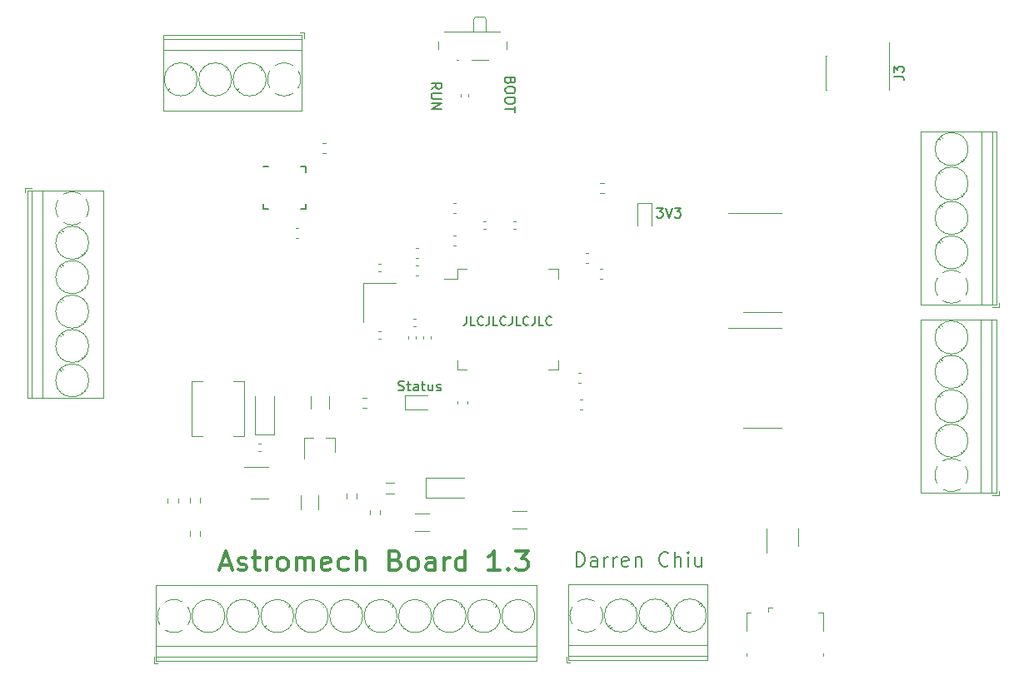
<source format=gbr>
%TF.GenerationSoftware,KiCad,Pcbnew,(5.1.8)-1*%
%TF.CreationDate,2020-12-28T13:01:50-08:00*%
%TF.ProjectId,STMboard,53544d62-6f61-4726-942e-6b696361645f,rev?*%
%TF.SameCoordinates,Original*%
%TF.FileFunction,Legend,Top*%
%TF.FilePolarity,Positive*%
%FSLAX46Y46*%
G04 Gerber Fmt 4.6, Leading zero omitted, Abs format (unit mm)*
G04 Created by KiCad (PCBNEW (5.1.8)-1) date 2020-12-28 13:01:50*
%MOMM*%
%LPD*%
G01*
G04 APERTURE LIST*
%ADD10C,0.150000*%
%ADD11C,0.200000*%
%ADD12C,0.300000*%
%ADD13C,0.120000*%
G04 APERTURE END LIST*
D10*
X135822857Y-99707142D02*
X135822857Y-100350000D01*
X135780000Y-100478571D01*
X135694285Y-100564285D01*
X135565714Y-100607142D01*
X135480000Y-100607142D01*
X136680000Y-100607142D02*
X136251428Y-100607142D01*
X136251428Y-99707142D01*
X137494285Y-100521428D02*
X137451428Y-100564285D01*
X137322857Y-100607142D01*
X137237142Y-100607142D01*
X137108571Y-100564285D01*
X137022857Y-100478571D01*
X136980000Y-100392857D01*
X136937142Y-100221428D01*
X136937142Y-100092857D01*
X136980000Y-99921428D01*
X137022857Y-99835714D01*
X137108571Y-99750000D01*
X137237142Y-99707142D01*
X137322857Y-99707142D01*
X137451428Y-99750000D01*
X137494285Y-99792857D01*
X138137142Y-99707142D02*
X138137142Y-100350000D01*
X138094285Y-100478571D01*
X138008571Y-100564285D01*
X137880000Y-100607142D01*
X137794285Y-100607142D01*
X138994285Y-100607142D02*
X138565714Y-100607142D01*
X138565714Y-99707142D01*
X139808571Y-100521428D02*
X139765714Y-100564285D01*
X139637142Y-100607142D01*
X139551428Y-100607142D01*
X139422857Y-100564285D01*
X139337142Y-100478571D01*
X139294285Y-100392857D01*
X139251428Y-100221428D01*
X139251428Y-100092857D01*
X139294285Y-99921428D01*
X139337142Y-99835714D01*
X139422857Y-99750000D01*
X139551428Y-99707142D01*
X139637142Y-99707142D01*
X139765714Y-99750000D01*
X139808571Y-99792857D01*
X140451428Y-99707142D02*
X140451428Y-100350000D01*
X140408571Y-100478571D01*
X140322857Y-100564285D01*
X140194285Y-100607142D01*
X140108571Y-100607142D01*
X141308571Y-100607142D02*
X140880000Y-100607142D01*
X140880000Y-99707142D01*
X142122857Y-100521428D02*
X142080000Y-100564285D01*
X141951428Y-100607142D01*
X141865714Y-100607142D01*
X141737142Y-100564285D01*
X141651428Y-100478571D01*
X141608571Y-100392857D01*
X141565714Y-100221428D01*
X141565714Y-100092857D01*
X141608571Y-99921428D01*
X141651428Y-99835714D01*
X141737142Y-99750000D01*
X141865714Y-99707142D01*
X141951428Y-99707142D01*
X142080000Y-99750000D01*
X142122857Y-99792857D01*
X142765714Y-99707142D02*
X142765714Y-100350000D01*
X142722857Y-100478571D01*
X142637142Y-100564285D01*
X142508571Y-100607142D01*
X142422857Y-100607142D01*
X143622857Y-100607142D02*
X143194285Y-100607142D01*
X143194285Y-99707142D01*
X144437142Y-100521428D02*
X144394285Y-100564285D01*
X144265714Y-100607142D01*
X144180000Y-100607142D01*
X144051428Y-100564285D01*
X143965714Y-100478571D01*
X143922857Y-100392857D01*
X143880000Y-100221428D01*
X143880000Y-100092857D01*
X143922857Y-99921428D01*
X143965714Y-99835714D01*
X144051428Y-99750000D01*
X144180000Y-99707142D01*
X144265714Y-99707142D01*
X144394285Y-99750000D01*
X144437142Y-99792857D01*
X132267619Y-76551904D02*
X132743809Y-76218571D01*
X132267619Y-75980476D02*
X133267619Y-75980476D01*
X133267619Y-76361428D01*
X133220000Y-76456666D01*
X133172380Y-76504285D01*
X133077142Y-76551904D01*
X132934285Y-76551904D01*
X132839047Y-76504285D01*
X132791428Y-76456666D01*
X132743809Y-76361428D01*
X132743809Y-75980476D01*
X133267619Y-76980476D02*
X132458095Y-76980476D01*
X132362857Y-77028095D01*
X132315238Y-77075714D01*
X132267619Y-77170952D01*
X132267619Y-77361428D01*
X132315238Y-77456666D01*
X132362857Y-77504285D01*
X132458095Y-77551904D01*
X133267619Y-77551904D01*
X132267619Y-78028095D02*
X133267619Y-78028095D01*
X132267619Y-78599523D01*
X133267619Y-78599523D01*
D11*
X128893333Y-107204761D02*
X129036190Y-107252380D01*
X129274285Y-107252380D01*
X129369523Y-107204761D01*
X129417142Y-107157142D01*
X129464761Y-107061904D01*
X129464761Y-106966666D01*
X129417142Y-106871428D01*
X129369523Y-106823809D01*
X129274285Y-106776190D01*
X129083809Y-106728571D01*
X128988571Y-106680952D01*
X128940952Y-106633333D01*
X128893333Y-106538095D01*
X128893333Y-106442857D01*
X128940952Y-106347619D01*
X128988571Y-106300000D01*
X129083809Y-106252380D01*
X129321904Y-106252380D01*
X129464761Y-106300000D01*
X129750476Y-106585714D02*
X130131428Y-106585714D01*
X129893333Y-106252380D02*
X129893333Y-107109523D01*
X129940952Y-107204761D01*
X130036190Y-107252380D01*
X130131428Y-107252380D01*
X130893333Y-107252380D02*
X130893333Y-106728571D01*
X130845714Y-106633333D01*
X130750476Y-106585714D01*
X130560000Y-106585714D01*
X130464761Y-106633333D01*
X130893333Y-107204761D02*
X130798095Y-107252380D01*
X130560000Y-107252380D01*
X130464761Y-107204761D01*
X130417142Y-107109523D01*
X130417142Y-107014285D01*
X130464761Y-106919047D01*
X130560000Y-106871428D01*
X130798095Y-106871428D01*
X130893333Y-106823809D01*
X131226666Y-106585714D02*
X131607619Y-106585714D01*
X131369523Y-106252380D02*
X131369523Y-107109523D01*
X131417142Y-107204761D01*
X131512380Y-107252380D01*
X131607619Y-107252380D01*
X132369523Y-106585714D02*
X132369523Y-107252380D01*
X131940952Y-106585714D02*
X131940952Y-107109523D01*
X131988571Y-107204761D01*
X132083809Y-107252380D01*
X132226666Y-107252380D01*
X132321904Y-107204761D01*
X132369523Y-107157142D01*
X132798095Y-107204761D02*
X132893333Y-107252380D01*
X133083809Y-107252380D01*
X133179047Y-107204761D01*
X133226666Y-107109523D01*
X133226666Y-107061904D01*
X133179047Y-106966666D01*
X133083809Y-106919047D01*
X132940952Y-106919047D01*
X132845714Y-106871428D01*
X132798095Y-106776190D01*
X132798095Y-106728571D01*
X132845714Y-106633333D01*
X132940952Y-106585714D01*
X133083809Y-106585714D01*
X133179047Y-106633333D01*
D10*
X155161904Y-88652380D02*
X155780952Y-88652380D01*
X155447619Y-89033333D01*
X155590476Y-89033333D01*
X155685714Y-89080952D01*
X155733333Y-89128571D01*
X155780952Y-89223809D01*
X155780952Y-89461904D01*
X155733333Y-89557142D01*
X155685714Y-89604761D01*
X155590476Y-89652380D01*
X155304761Y-89652380D01*
X155209523Y-89604761D01*
X155161904Y-89557142D01*
X156066666Y-88652380D02*
X156400000Y-89652380D01*
X156733333Y-88652380D01*
X156971428Y-88652380D02*
X157590476Y-88652380D01*
X157257142Y-89033333D01*
X157400000Y-89033333D01*
X157495238Y-89080952D01*
X157542857Y-89128571D01*
X157590476Y-89223809D01*
X157590476Y-89461904D01*
X157542857Y-89557142D01*
X157495238Y-89604761D01*
X157400000Y-89652380D01*
X157114285Y-89652380D01*
X157019047Y-89604761D01*
X156971428Y-89557142D01*
X140291428Y-75712857D02*
X140243809Y-75855714D01*
X140196190Y-75903333D01*
X140100952Y-75950952D01*
X139958095Y-75950952D01*
X139862857Y-75903333D01*
X139815238Y-75855714D01*
X139767619Y-75760476D01*
X139767619Y-75379523D01*
X140767619Y-75379523D01*
X140767619Y-75712857D01*
X140720000Y-75808095D01*
X140672380Y-75855714D01*
X140577142Y-75903333D01*
X140481904Y-75903333D01*
X140386666Y-75855714D01*
X140339047Y-75808095D01*
X140291428Y-75712857D01*
X140291428Y-75379523D01*
X140767619Y-76570000D02*
X140767619Y-76760476D01*
X140720000Y-76855714D01*
X140624761Y-76950952D01*
X140434285Y-76998571D01*
X140100952Y-76998571D01*
X139910476Y-76950952D01*
X139815238Y-76855714D01*
X139767619Y-76760476D01*
X139767619Y-76570000D01*
X139815238Y-76474761D01*
X139910476Y-76379523D01*
X140100952Y-76331904D01*
X140434285Y-76331904D01*
X140624761Y-76379523D01*
X140720000Y-76474761D01*
X140767619Y-76570000D01*
X140767619Y-77617619D02*
X140767619Y-77808095D01*
X140720000Y-77903333D01*
X140624761Y-77998571D01*
X140434285Y-78046190D01*
X140100952Y-78046190D01*
X139910476Y-77998571D01*
X139815238Y-77903333D01*
X139767619Y-77808095D01*
X139767619Y-77617619D01*
X139815238Y-77522380D01*
X139910476Y-77427142D01*
X140100952Y-77379523D01*
X140434285Y-77379523D01*
X140624761Y-77427142D01*
X140720000Y-77522380D01*
X140767619Y-77617619D01*
X140767619Y-78331904D02*
X140767619Y-78903333D01*
X139767619Y-78617619D02*
X140767619Y-78617619D01*
D11*
X146982857Y-125148571D02*
X146982857Y-123648571D01*
X147340000Y-123648571D01*
X147554285Y-123720000D01*
X147697142Y-123862857D01*
X147768571Y-124005714D01*
X147840000Y-124291428D01*
X147840000Y-124505714D01*
X147768571Y-124791428D01*
X147697142Y-124934285D01*
X147554285Y-125077142D01*
X147340000Y-125148571D01*
X146982857Y-125148571D01*
X149125714Y-125148571D02*
X149125714Y-124362857D01*
X149054285Y-124220000D01*
X148911428Y-124148571D01*
X148625714Y-124148571D01*
X148482857Y-124220000D01*
X149125714Y-125077142D02*
X148982857Y-125148571D01*
X148625714Y-125148571D01*
X148482857Y-125077142D01*
X148411428Y-124934285D01*
X148411428Y-124791428D01*
X148482857Y-124648571D01*
X148625714Y-124577142D01*
X148982857Y-124577142D01*
X149125714Y-124505714D01*
X149840000Y-125148571D02*
X149840000Y-124148571D01*
X149840000Y-124434285D02*
X149911428Y-124291428D01*
X149982857Y-124220000D01*
X150125714Y-124148571D01*
X150268571Y-124148571D01*
X150768571Y-125148571D02*
X150768571Y-124148571D01*
X150768571Y-124434285D02*
X150840000Y-124291428D01*
X150911428Y-124220000D01*
X151054285Y-124148571D01*
X151197142Y-124148571D01*
X152268571Y-125077142D02*
X152125714Y-125148571D01*
X151840000Y-125148571D01*
X151697142Y-125077142D01*
X151625714Y-124934285D01*
X151625714Y-124362857D01*
X151697142Y-124220000D01*
X151840000Y-124148571D01*
X152125714Y-124148571D01*
X152268571Y-124220000D01*
X152340000Y-124362857D01*
X152340000Y-124505714D01*
X151625714Y-124648571D01*
X152982857Y-124148571D02*
X152982857Y-125148571D01*
X152982857Y-124291428D02*
X153054285Y-124220000D01*
X153197142Y-124148571D01*
X153411428Y-124148571D01*
X153554285Y-124220000D01*
X153625714Y-124362857D01*
X153625714Y-125148571D01*
X156340000Y-125005714D02*
X156268571Y-125077142D01*
X156054285Y-125148571D01*
X155911428Y-125148571D01*
X155697142Y-125077142D01*
X155554285Y-124934285D01*
X155482857Y-124791428D01*
X155411428Y-124505714D01*
X155411428Y-124291428D01*
X155482857Y-124005714D01*
X155554285Y-123862857D01*
X155697142Y-123720000D01*
X155911428Y-123648571D01*
X156054285Y-123648571D01*
X156268571Y-123720000D01*
X156340000Y-123791428D01*
X156982857Y-125148571D02*
X156982857Y-123648571D01*
X157625714Y-125148571D02*
X157625714Y-124362857D01*
X157554285Y-124220000D01*
X157411428Y-124148571D01*
X157197142Y-124148571D01*
X157054285Y-124220000D01*
X156982857Y-124291428D01*
X158340000Y-125148571D02*
X158340000Y-124148571D01*
X158340000Y-123648571D02*
X158268571Y-123720000D01*
X158340000Y-123791428D01*
X158411428Y-123720000D01*
X158340000Y-123648571D01*
X158340000Y-123791428D01*
X159697142Y-124148571D02*
X159697142Y-125148571D01*
X159054285Y-124148571D02*
X159054285Y-124934285D01*
X159125714Y-125077142D01*
X159268571Y-125148571D01*
X159482857Y-125148571D01*
X159625714Y-125077142D01*
X159697142Y-125005714D01*
D12*
X110918571Y-124963333D02*
X111870952Y-124963333D01*
X110728095Y-125534761D02*
X111394761Y-123534761D01*
X112061428Y-125534761D01*
X112632857Y-125439523D02*
X112823333Y-125534761D01*
X113204285Y-125534761D01*
X113394761Y-125439523D01*
X113490000Y-125249047D01*
X113490000Y-125153809D01*
X113394761Y-124963333D01*
X113204285Y-124868095D01*
X112918571Y-124868095D01*
X112728095Y-124772857D01*
X112632857Y-124582380D01*
X112632857Y-124487142D01*
X112728095Y-124296666D01*
X112918571Y-124201428D01*
X113204285Y-124201428D01*
X113394761Y-124296666D01*
X114061428Y-124201428D02*
X114823333Y-124201428D01*
X114347142Y-123534761D02*
X114347142Y-125249047D01*
X114442380Y-125439523D01*
X114632857Y-125534761D01*
X114823333Y-125534761D01*
X115490000Y-125534761D02*
X115490000Y-124201428D01*
X115490000Y-124582380D02*
X115585238Y-124391904D01*
X115680476Y-124296666D01*
X115870952Y-124201428D01*
X116061428Y-124201428D01*
X117013809Y-125534761D02*
X116823333Y-125439523D01*
X116728095Y-125344285D01*
X116632857Y-125153809D01*
X116632857Y-124582380D01*
X116728095Y-124391904D01*
X116823333Y-124296666D01*
X117013809Y-124201428D01*
X117299523Y-124201428D01*
X117490000Y-124296666D01*
X117585238Y-124391904D01*
X117680476Y-124582380D01*
X117680476Y-125153809D01*
X117585238Y-125344285D01*
X117490000Y-125439523D01*
X117299523Y-125534761D01*
X117013809Y-125534761D01*
X118537619Y-125534761D02*
X118537619Y-124201428D01*
X118537619Y-124391904D02*
X118632857Y-124296666D01*
X118823333Y-124201428D01*
X119109047Y-124201428D01*
X119299523Y-124296666D01*
X119394761Y-124487142D01*
X119394761Y-125534761D01*
X119394761Y-124487142D02*
X119490000Y-124296666D01*
X119680476Y-124201428D01*
X119966190Y-124201428D01*
X120156666Y-124296666D01*
X120251904Y-124487142D01*
X120251904Y-125534761D01*
X121966190Y-125439523D02*
X121775714Y-125534761D01*
X121394761Y-125534761D01*
X121204285Y-125439523D01*
X121109047Y-125249047D01*
X121109047Y-124487142D01*
X121204285Y-124296666D01*
X121394761Y-124201428D01*
X121775714Y-124201428D01*
X121966190Y-124296666D01*
X122061428Y-124487142D01*
X122061428Y-124677619D01*
X121109047Y-124868095D01*
X123775714Y-125439523D02*
X123585238Y-125534761D01*
X123204285Y-125534761D01*
X123013809Y-125439523D01*
X122918571Y-125344285D01*
X122823333Y-125153809D01*
X122823333Y-124582380D01*
X122918571Y-124391904D01*
X123013809Y-124296666D01*
X123204285Y-124201428D01*
X123585238Y-124201428D01*
X123775714Y-124296666D01*
X124632857Y-125534761D02*
X124632857Y-123534761D01*
X125490000Y-125534761D02*
X125490000Y-124487142D01*
X125394761Y-124296666D01*
X125204285Y-124201428D01*
X124918571Y-124201428D01*
X124728095Y-124296666D01*
X124632857Y-124391904D01*
X128632857Y-124487142D02*
X128918571Y-124582380D01*
X129013809Y-124677619D01*
X129109047Y-124868095D01*
X129109047Y-125153809D01*
X129013809Y-125344285D01*
X128918571Y-125439523D01*
X128728095Y-125534761D01*
X127966190Y-125534761D01*
X127966190Y-123534761D01*
X128632857Y-123534761D01*
X128823333Y-123630000D01*
X128918571Y-123725238D01*
X129013809Y-123915714D01*
X129013809Y-124106190D01*
X128918571Y-124296666D01*
X128823333Y-124391904D01*
X128632857Y-124487142D01*
X127966190Y-124487142D01*
X130251904Y-125534761D02*
X130061428Y-125439523D01*
X129966190Y-125344285D01*
X129870952Y-125153809D01*
X129870952Y-124582380D01*
X129966190Y-124391904D01*
X130061428Y-124296666D01*
X130251904Y-124201428D01*
X130537619Y-124201428D01*
X130728095Y-124296666D01*
X130823333Y-124391904D01*
X130918571Y-124582380D01*
X130918571Y-125153809D01*
X130823333Y-125344285D01*
X130728095Y-125439523D01*
X130537619Y-125534761D01*
X130251904Y-125534761D01*
X132632857Y-125534761D02*
X132632857Y-124487142D01*
X132537619Y-124296666D01*
X132347142Y-124201428D01*
X131966190Y-124201428D01*
X131775714Y-124296666D01*
X132632857Y-125439523D02*
X132442380Y-125534761D01*
X131966190Y-125534761D01*
X131775714Y-125439523D01*
X131680476Y-125249047D01*
X131680476Y-125058571D01*
X131775714Y-124868095D01*
X131966190Y-124772857D01*
X132442380Y-124772857D01*
X132632857Y-124677619D01*
X133585238Y-125534761D02*
X133585238Y-124201428D01*
X133585238Y-124582380D02*
X133680476Y-124391904D01*
X133775714Y-124296666D01*
X133966190Y-124201428D01*
X134156666Y-124201428D01*
X135680476Y-125534761D02*
X135680476Y-123534761D01*
X135680476Y-125439523D02*
X135490000Y-125534761D01*
X135109047Y-125534761D01*
X134918571Y-125439523D01*
X134823333Y-125344285D01*
X134728095Y-125153809D01*
X134728095Y-124582380D01*
X134823333Y-124391904D01*
X134918571Y-124296666D01*
X135109047Y-124201428D01*
X135490000Y-124201428D01*
X135680476Y-124296666D01*
X139204285Y-125534761D02*
X138061428Y-125534761D01*
X138632857Y-125534761D02*
X138632857Y-123534761D01*
X138442380Y-123820476D01*
X138251904Y-124010952D01*
X138061428Y-124106190D01*
X140061428Y-125344285D02*
X140156666Y-125439523D01*
X140061428Y-125534761D01*
X139966190Y-125439523D01*
X140061428Y-125344285D01*
X140061428Y-125534761D01*
X140823333Y-123534761D02*
X142061428Y-123534761D01*
X141394761Y-124296666D01*
X141680476Y-124296666D01*
X141870952Y-124391904D01*
X141966190Y-124487142D01*
X142061428Y-124677619D01*
X142061428Y-125153809D01*
X141966190Y-125344285D01*
X141870952Y-125439523D01*
X141680476Y-125534761D01*
X141109047Y-125534761D01*
X140918571Y-125439523D01*
X140823333Y-125344285D01*
D13*
%TO.C,FB1*%
X127650378Y-116570000D02*
X128449622Y-116570000D01*
X127650378Y-117690000D02*
X128449622Y-117690000D01*
%TO.C,C13*%
X114700164Y-112670000D02*
X114915836Y-112670000D01*
X114700164Y-113390000D02*
X114915836Y-113390000D01*
%TO.C,J3*%
X178795000Y-73155000D02*
X178795000Y-76685000D01*
X172325000Y-73155000D02*
X172325000Y-76685000D01*
X178730000Y-71830000D02*
X178730000Y-73155000D01*
X178795000Y-73155000D02*
X178730000Y-73155000D01*
X178795000Y-76685000D02*
X178730000Y-76685000D01*
X172390000Y-73155000D02*
X172325000Y-73155000D01*
X172390000Y-76685000D02*
X172325000Y-76685000D01*
%TO.C,C12*%
X121209420Y-82070000D02*
X121490580Y-82070000D01*
X121209420Y-83090000D02*
X121490580Y-83090000D01*
%TO.C,C4*%
X149379420Y-94830000D02*
X149660580Y-94830000D01*
X149379420Y-95850000D02*
X149660580Y-95850000D01*
%TO.C,U1*%
X144160000Y-105110000D02*
X145110000Y-105110000D01*
X145110000Y-105110000D02*
X145110000Y-104160000D01*
X135840000Y-105110000D02*
X134890000Y-105110000D01*
X134890000Y-105110000D02*
X134890000Y-104160000D01*
X144160000Y-94890000D02*
X145110000Y-94890000D01*
X145110000Y-94890000D02*
X145110000Y-95840000D01*
X135840000Y-94890000D02*
X134890000Y-94890000D01*
X134890000Y-94890000D02*
X134890000Y-95840000D01*
X134890000Y-95840000D02*
X133550000Y-95840000D01*
%TO.C,J8*%
X186790000Y-112330000D02*
G75*
G03*
X186790000Y-112330000I-1680000J0D01*
G01*
X186790000Y-108830000D02*
G75*
G03*
X186790000Y-108830000I-1680000J0D01*
G01*
X186790000Y-105330000D02*
G75*
G03*
X186790000Y-105330000I-1680000J0D01*
G01*
X186790000Y-101830000D02*
G75*
G03*
X186790000Y-101830000I-1680000J0D01*
G01*
X189210000Y-117640000D02*
X189210000Y-100020000D01*
X188110000Y-117640000D02*
X188110000Y-100020000D01*
X181950000Y-117640000D02*
X181950000Y-100020000D01*
X189670000Y-117640000D02*
X189670000Y-100020000D01*
X181950000Y-117640000D02*
X189670000Y-117640000D01*
X181950000Y-100020000D02*
X189670000Y-100020000D01*
X184041000Y-111055000D02*
X184169000Y-111184000D01*
X186291000Y-113305000D02*
X186384000Y-113399000D01*
X183835000Y-111260000D02*
X183929000Y-111354000D01*
X186051000Y-113475000D02*
X186179000Y-113604000D01*
X184041000Y-107555000D02*
X184169000Y-107684000D01*
X186291000Y-109805000D02*
X186384000Y-109899000D01*
X183835000Y-107760000D02*
X183929000Y-107854000D01*
X186051000Y-109975000D02*
X186179000Y-110104000D01*
X184041000Y-104055000D02*
X184169000Y-104184000D01*
X186291000Y-106305000D02*
X186384000Y-106399000D01*
X183835000Y-104260000D02*
X183929000Y-104354000D01*
X186051000Y-106475000D02*
X186179000Y-106604000D01*
X184041000Y-100555000D02*
X184169000Y-100684000D01*
X186291000Y-102805000D02*
X186384000Y-102899000D01*
X183835000Y-100760000D02*
X183929000Y-100854000D01*
X186051000Y-102975000D02*
X186179000Y-103104000D01*
X189270000Y-117880000D02*
X189910000Y-117880000D01*
X189910000Y-117880000D02*
X189910000Y-117480000D01*
X186534721Y-114939736D02*
G75*
G02*
X186790000Y-115830000I-1424721J-890264D01*
G01*
X184219807Y-114404495D02*
G75*
G02*
X186001000Y-114405000I890193J-1425505D01*
G01*
X183684642Y-116719894D02*
G75*
G02*
X183670000Y-114964000I1425358J889894D01*
G01*
X185999894Y-117255358D02*
G75*
G02*
X184244000Y-117270000I-889894J1425358D01*
G01*
X186790099Y-115801326D02*
G75*
G02*
X186550000Y-116696000I-1680099J-28674D01*
G01*
%TO.C,R3*%
X124662500Y-118197258D02*
X124662500Y-117722742D01*
X123617500Y-118197258D02*
X123617500Y-117722742D01*
%TO.C,C1*%
X130950580Y-94486000D02*
X130669420Y-94486000D01*
X130950580Y-95506000D02*
X130669420Y-95506000D01*
%TO.C,C2*%
X147309420Y-109200000D02*
X147590580Y-109200000D01*
X147309420Y-108180000D02*
X147590580Y-108180000D01*
%TO.C,C3*%
X130950580Y-93728000D02*
X130669420Y-93728000D01*
X130950580Y-92708000D02*
X130669420Y-92708000D01*
%TO.C,C5*%
X147179420Y-105408000D02*
X147460580Y-105408000D01*
X147179420Y-106428000D02*
X147460580Y-106428000D01*
%TO.C,C6*%
X134760580Y-91438000D02*
X134479420Y-91438000D01*
X134760580Y-92458000D02*
X134479420Y-92458000D01*
%TO.C,C7*%
X120798000Y-117906748D02*
X120798000Y-119329252D01*
X118978000Y-117906748D02*
X118978000Y-119329252D01*
%TO.C,C8*%
X134910000Y-108600580D02*
X134910000Y-108319420D01*
X135930000Y-108600580D02*
X135930000Y-108319420D01*
%TO.C,C9*%
X147904420Y-94240000D02*
X148185580Y-94240000D01*
X147904420Y-93220000D02*
X148185580Y-93220000D01*
%TO.C,C10*%
X134760580Y-88136000D02*
X134479420Y-88136000D01*
X134760580Y-89156000D02*
X134479420Y-89156000D01*
%TO.C,C11*%
X118477420Y-90676000D02*
X118758580Y-90676000D01*
X118477420Y-91696000D02*
X118758580Y-91696000D01*
%TO.C,C14*%
X132029252Y-121560000D02*
X130606748Y-121560000D01*
X132029252Y-119740000D02*
X130606748Y-119740000D01*
%TO.C,C15*%
X140512748Y-121306000D02*
X141935252Y-121306000D01*
X140512748Y-119486000D02*
X141935252Y-119486000D01*
%TO.C,C16*%
X126892164Y-94382000D02*
X127107836Y-94382000D01*
X126892164Y-95102000D02*
X127107836Y-95102000D01*
%TO.C,C17*%
X132186000Y-101961836D02*
X132186000Y-101746164D01*
X131466000Y-101961836D02*
X131466000Y-101746164D01*
%TO.C,C18*%
X127107836Y-101240000D02*
X126892164Y-101240000D01*
X127107836Y-101960000D02*
X126892164Y-101960000D01*
%TO.C,C19*%
X129942000Y-101961836D02*
X129942000Y-101746164D01*
X130662000Y-101961836D02*
X130662000Y-101746164D01*
%TO.C,D1*%
X131864000Y-107723000D02*
X129579000Y-107723000D01*
X129579000Y-107723000D02*
X129579000Y-109193000D01*
X129579000Y-109193000D02*
X131864000Y-109193000D01*
%TO.C,D2*%
X131700000Y-116130000D02*
X135600000Y-116130000D01*
X131700000Y-118130000D02*
X135600000Y-118130000D01*
X131700000Y-116130000D02*
X131700000Y-118130000D01*
%TO.C,D3*%
X114320000Y-111740000D02*
X116320000Y-111740000D01*
X116320000Y-111740000D02*
X116320000Y-107840000D01*
X114320000Y-111740000D02*
X114320000Y-107840000D01*
%TO.C,D4*%
X153189000Y-88177000D02*
X153189000Y-90462000D01*
X154659000Y-88177000D02*
X153189000Y-88177000D01*
X154659000Y-90462000D02*
X154659000Y-88177000D01*
%TO.C,F1*%
X120040000Y-109042064D02*
X120040000Y-107837936D01*
X121860000Y-109042064D02*
X121860000Y-107837936D01*
%TO.C,HSE1*%
X128650000Y-96298000D02*
X125350000Y-96298000D01*
X125350000Y-96298000D02*
X125350000Y-100298000D01*
%TO.C,J1*%
X97440000Y-92200000D02*
G75*
G03*
X97440000Y-92200000I-1680000J0D01*
G01*
X97440000Y-95700000D02*
G75*
G03*
X97440000Y-95700000I-1680000J0D01*
G01*
X97440000Y-99200000D02*
G75*
G03*
X97440000Y-99200000I-1680000J0D01*
G01*
X97440000Y-102700000D02*
G75*
G03*
X97440000Y-102700000I-1680000J0D01*
G01*
X97440000Y-106200000D02*
G75*
G03*
X97440000Y-106200000I-1680000J0D01*
G01*
X91660000Y-86890000D02*
X91660000Y-108011000D01*
X92760000Y-86890000D02*
X92760000Y-108011000D01*
X98920000Y-86890000D02*
X98920000Y-108011000D01*
X91200000Y-86890000D02*
X91200000Y-108011000D01*
X98920000Y-86890000D02*
X91200000Y-86890000D01*
X98920000Y-108011000D02*
X91200000Y-108011000D01*
X96829000Y-93475000D02*
X96701000Y-93346000D01*
X94579000Y-91225000D02*
X94486000Y-91131000D01*
X97035000Y-93270000D02*
X96941000Y-93176000D01*
X94819000Y-91055000D02*
X94691000Y-90926000D01*
X96829000Y-96975000D02*
X96701000Y-96846000D01*
X94579000Y-94725000D02*
X94486000Y-94631000D01*
X97035000Y-96770000D02*
X96941000Y-96676000D01*
X94819000Y-94555000D02*
X94691000Y-94426000D01*
X96829000Y-100475000D02*
X96701000Y-100346000D01*
X94579000Y-98225000D02*
X94486000Y-98131000D01*
X97035000Y-100270000D02*
X96941000Y-100176000D01*
X94819000Y-98055000D02*
X94691000Y-97926000D01*
X96829000Y-103975000D02*
X96701000Y-103846000D01*
X94579000Y-101725000D02*
X94486000Y-101631000D01*
X97035000Y-103770000D02*
X96941000Y-103676000D01*
X94819000Y-101555000D02*
X94691000Y-101426000D01*
X96829000Y-107475000D02*
X96701000Y-107346000D01*
X94579000Y-105225000D02*
X94486000Y-105131000D01*
X97035000Y-107270000D02*
X96941000Y-107176000D01*
X94819000Y-105055000D02*
X94691000Y-104926000D01*
X91600000Y-86650000D02*
X90960000Y-86650000D01*
X90960000Y-86650000D02*
X90960000Y-87050000D01*
X94335279Y-89590264D02*
G75*
G02*
X94080000Y-88700000I1424721J890264D01*
G01*
X96650193Y-90125505D02*
G75*
G02*
X94869000Y-90125000I-890193J1425505D01*
G01*
X97185358Y-87810106D02*
G75*
G02*
X97200000Y-89566000I-1425358J-889894D01*
G01*
X94870106Y-87274642D02*
G75*
G02*
X96626000Y-87260000I889894J-1425358D01*
G01*
X94079901Y-88728674D02*
G75*
G02*
X94320000Y-87834000I1680099J28674D01*
G01*
%TO.C,J2*%
X164250000Y-129837500D02*
X164700000Y-129837500D01*
X164250000Y-131687500D02*
X164250000Y-129837500D01*
X172050000Y-134237500D02*
X172050000Y-133987500D01*
X164250000Y-134237500D02*
X164250000Y-133987500D01*
X172050000Y-131687500D02*
X172050000Y-129837500D01*
X172050000Y-129837500D02*
X171600000Y-129837500D01*
X166450000Y-129287500D02*
X166900000Y-129287500D01*
X166450000Y-129287500D02*
X166450000Y-129737500D01*
%TO.C,J4*%
X119340000Y-70780000D02*
X118940000Y-70780000D01*
X119340000Y-71420000D02*
X119340000Y-70780000D01*
X107935000Y-74639000D02*
X108064000Y-74511000D01*
X105720000Y-76855000D02*
X105814000Y-76761000D01*
X107765000Y-74399000D02*
X107859000Y-74306000D01*
X105515000Y-76649000D02*
X105644000Y-76521000D01*
X111435000Y-74639000D02*
X111564000Y-74511000D01*
X109220000Y-76855000D02*
X109314000Y-76761000D01*
X111265000Y-74399000D02*
X111359000Y-74306000D01*
X109015000Y-76649000D02*
X109144000Y-76521000D01*
X114935000Y-74639000D02*
X115064000Y-74511000D01*
X112720000Y-76855000D02*
X112814000Y-76761000D01*
X114765000Y-74399000D02*
X114859000Y-74306000D01*
X112515000Y-76649000D02*
X112644000Y-76521000D01*
X104980000Y-78740000D02*
X104980000Y-71020000D01*
X119100000Y-78740000D02*
X119100000Y-71020000D01*
X119100000Y-71020000D02*
X104980000Y-71020000D01*
X119100000Y-78740000D02*
X104980000Y-78740000D01*
X119100000Y-72580000D02*
X104980000Y-72580000D01*
X119100000Y-71480000D02*
X104980000Y-71480000D01*
X108470000Y-75580000D02*
G75*
G03*
X108470000Y-75580000I-1680000J0D01*
G01*
X111970000Y-75580000D02*
G75*
G03*
X111970000Y-75580000I-1680000J0D01*
G01*
X115470000Y-75580000D02*
G75*
G03*
X115470000Y-75580000I-1680000J0D01*
G01*
X117261326Y-73899901D02*
G75*
G02*
X118156000Y-74140000I28674J-1680099D01*
G01*
X118715358Y-74690106D02*
G75*
G02*
X118730000Y-76446000I-1425358J-889894D01*
G01*
X118179894Y-77005358D02*
G75*
G02*
X116424000Y-77020000I-889894J1425358D01*
G01*
X115864495Y-76470193D02*
G75*
G02*
X115865000Y-74689000I1425505J890193D01*
G01*
X116399736Y-74155279D02*
G75*
G02*
X117290000Y-73900000I890264J-1424721D01*
G01*
%TO.C,J5*%
X189920000Y-98720000D02*
X189920000Y-98320000D01*
X189280000Y-98720000D02*
X189920000Y-98720000D01*
X186061000Y-83815000D02*
X186189000Y-83944000D01*
X183845000Y-81600000D02*
X183939000Y-81694000D01*
X186301000Y-83645000D02*
X186394000Y-83739000D01*
X184051000Y-81395000D02*
X184179000Y-81524000D01*
X186061000Y-87315000D02*
X186189000Y-87444000D01*
X183845000Y-85100000D02*
X183939000Y-85194000D01*
X186301000Y-87145000D02*
X186394000Y-87239000D01*
X184051000Y-84895000D02*
X184179000Y-85024000D01*
X186061000Y-90815000D02*
X186189000Y-90944000D01*
X183845000Y-88600000D02*
X183939000Y-88694000D01*
X186301000Y-90645000D02*
X186394000Y-90739000D01*
X184051000Y-88395000D02*
X184179000Y-88524000D01*
X186061000Y-94315000D02*
X186189000Y-94444000D01*
X183845000Y-92100000D02*
X183939000Y-92194000D01*
X186301000Y-94145000D02*
X186394000Y-94239000D01*
X184051000Y-91895000D02*
X184179000Y-92024000D01*
X181960000Y-80860000D02*
X189680000Y-80860000D01*
X181960000Y-98480000D02*
X189680000Y-98480000D01*
X189680000Y-98480000D02*
X189680000Y-80860000D01*
X181960000Y-98480000D02*
X181960000Y-80860000D01*
X188120000Y-98480000D02*
X188120000Y-80860000D01*
X189220000Y-98480000D02*
X189220000Y-80860000D01*
X186800000Y-82670000D02*
G75*
G03*
X186800000Y-82670000I-1680000J0D01*
G01*
X186800000Y-86170000D02*
G75*
G03*
X186800000Y-86170000I-1680000J0D01*
G01*
X186800000Y-89670000D02*
G75*
G03*
X186800000Y-89670000I-1680000J0D01*
G01*
X186800000Y-93170000D02*
G75*
G03*
X186800000Y-93170000I-1680000J0D01*
G01*
X186800099Y-96641326D02*
G75*
G02*
X186560000Y-97536000I-1680099J-28674D01*
G01*
X186009894Y-98095358D02*
G75*
G02*
X184254000Y-98110000I-889894J1425358D01*
G01*
X183694642Y-97559894D02*
G75*
G02*
X183680000Y-95804000I1425358J889894D01*
G01*
X184229807Y-95244495D02*
G75*
G02*
X186011000Y-95245000I890193J-1425505D01*
G01*
X186544721Y-95779736D02*
G75*
G02*
X186800000Y-96670000I-1424721J-890264D01*
G01*
%TO.C,J6*%
X111280000Y-130170000D02*
G75*
G03*
X111280000Y-130170000I-1680000J0D01*
G01*
X114780000Y-130170000D02*
G75*
G03*
X114780000Y-130170000I-1680000J0D01*
G01*
X118280000Y-130170000D02*
G75*
G03*
X118280000Y-130170000I-1680000J0D01*
G01*
X121780000Y-130170000D02*
G75*
G03*
X121780000Y-130170000I-1680000J0D01*
G01*
X125280000Y-130170000D02*
G75*
G03*
X125280000Y-130170000I-1680000J0D01*
G01*
X128780000Y-130170000D02*
G75*
G03*
X128780000Y-130170000I-1680000J0D01*
G01*
X132280000Y-130170000D02*
G75*
G03*
X132280000Y-130170000I-1680000J0D01*
G01*
X135780000Y-130170000D02*
G75*
G03*
X135780000Y-130170000I-1680000J0D01*
G01*
X139280000Y-130170000D02*
G75*
G03*
X139280000Y-130170000I-1680000J0D01*
G01*
X142780000Y-130170000D02*
G75*
G03*
X142780000Y-130170000I-1680000J0D01*
G01*
X104290000Y-134270000D02*
X142910000Y-134270000D01*
X104290000Y-133170000D02*
X142910000Y-133170000D01*
X104290000Y-127010000D02*
X142910000Y-127010000D01*
X104290000Y-134730000D02*
X142910000Y-134730000D01*
X104290000Y-127010000D02*
X104290000Y-134730000D01*
X142910000Y-127010000D02*
X142910000Y-134730000D01*
X110875000Y-129101000D02*
X110746000Y-129229000D01*
X108625000Y-131351000D02*
X108531000Y-131444000D01*
X110670000Y-128895000D02*
X110576000Y-128989000D01*
X108455000Y-131111000D02*
X108326000Y-131239000D01*
X114375000Y-129101000D02*
X114246000Y-129229000D01*
X112125000Y-131351000D02*
X112031000Y-131444000D01*
X114170000Y-128895000D02*
X114076000Y-128989000D01*
X111955000Y-131111000D02*
X111826000Y-131239000D01*
X117875000Y-129101000D02*
X117746000Y-129229000D01*
X115625000Y-131351000D02*
X115531000Y-131444000D01*
X117670000Y-128895000D02*
X117576000Y-128989000D01*
X115455000Y-131111000D02*
X115326000Y-131239000D01*
X121375000Y-129101000D02*
X121246000Y-129229000D01*
X119125000Y-131351000D02*
X119031000Y-131444000D01*
X121170000Y-128895000D02*
X121076000Y-128989000D01*
X118955000Y-131111000D02*
X118826000Y-131239000D01*
X124875000Y-129101000D02*
X124746000Y-129229000D01*
X122625000Y-131351000D02*
X122531000Y-131444000D01*
X124670000Y-128895000D02*
X124576000Y-128989000D01*
X122455000Y-131111000D02*
X122326000Y-131239000D01*
X128375000Y-129101000D02*
X128246000Y-129229000D01*
X126125000Y-131351000D02*
X126031000Y-131444000D01*
X128170000Y-128895000D02*
X128076000Y-128989000D01*
X125955000Y-131111000D02*
X125826000Y-131239000D01*
X131875000Y-129101000D02*
X131746000Y-129229000D01*
X129625000Y-131351000D02*
X129531000Y-131444000D01*
X131670000Y-128895000D02*
X131576000Y-128989000D01*
X129455000Y-131111000D02*
X129326000Y-131239000D01*
X135375000Y-129101000D02*
X135246000Y-129229000D01*
X133125000Y-131351000D02*
X133031000Y-131444000D01*
X135170000Y-128895000D02*
X135076000Y-128989000D01*
X132955000Y-131111000D02*
X132826000Y-131239000D01*
X138875000Y-129101000D02*
X138746000Y-129229000D01*
X136625000Y-131351000D02*
X136531000Y-131444000D01*
X138670000Y-128895000D02*
X138576000Y-128989000D01*
X136455000Y-131111000D02*
X136326000Y-131239000D01*
X142375000Y-129101000D02*
X142246000Y-129229000D01*
X140125000Y-131351000D02*
X140031000Y-131444000D01*
X142170000Y-128895000D02*
X142076000Y-128989000D01*
X139955000Y-131111000D02*
X139826000Y-131239000D01*
X104050000Y-134330000D02*
X104050000Y-134970000D01*
X104050000Y-134970000D02*
X104450000Y-134970000D01*
X106990264Y-131594721D02*
G75*
G02*
X106100000Y-131850000I-890264J1424721D01*
G01*
X107525505Y-129279807D02*
G75*
G02*
X107525000Y-131061000I-1425505J-890193D01*
G01*
X105210106Y-128744642D02*
G75*
G02*
X106966000Y-128730000I889894J-1425358D01*
G01*
X104674642Y-131059894D02*
G75*
G02*
X104660000Y-129304000I1425358J889894D01*
G01*
X106128674Y-131850099D02*
G75*
G02*
X105234000Y-131610000I-28674J1680099D01*
G01*
%TO.C,J7*%
X153190000Y-130120000D02*
G75*
G03*
X153190000Y-130120000I-1680000J0D01*
G01*
X156690000Y-130120000D02*
G75*
G03*
X156690000Y-130120000I-1680000J0D01*
G01*
X160190000Y-130120000D02*
G75*
G03*
X160190000Y-130120000I-1680000J0D01*
G01*
X146200000Y-134220000D02*
X160320000Y-134220000D01*
X146200000Y-133120000D02*
X160320000Y-133120000D01*
X146200000Y-126960000D02*
X160320000Y-126960000D01*
X146200000Y-134680000D02*
X160320000Y-134680000D01*
X146200000Y-126960000D02*
X146200000Y-134680000D01*
X160320000Y-126960000D02*
X160320000Y-134680000D01*
X152785000Y-129051000D02*
X152656000Y-129179000D01*
X150535000Y-131301000D02*
X150441000Y-131394000D01*
X152580000Y-128845000D02*
X152486000Y-128939000D01*
X150365000Y-131061000D02*
X150236000Y-131189000D01*
X156285000Y-129051000D02*
X156156000Y-129179000D01*
X154035000Y-131301000D02*
X153941000Y-131394000D01*
X156080000Y-128845000D02*
X155986000Y-128939000D01*
X153865000Y-131061000D02*
X153736000Y-131189000D01*
X159785000Y-129051000D02*
X159656000Y-129179000D01*
X157535000Y-131301000D02*
X157441000Y-131394000D01*
X159580000Y-128845000D02*
X159486000Y-128939000D01*
X157365000Y-131061000D02*
X157236000Y-131189000D01*
X145960000Y-134280000D02*
X145960000Y-134920000D01*
X145960000Y-134920000D02*
X146360000Y-134920000D01*
X148900264Y-131544721D02*
G75*
G02*
X148010000Y-131800000I-890264J1424721D01*
G01*
X149435505Y-129229807D02*
G75*
G02*
X149435000Y-131011000I-1425505J-890193D01*
G01*
X147120106Y-128694642D02*
G75*
G02*
X148876000Y-128680000I889894J-1425358D01*
G01*
X146584642Y-131009894D02*
G75*
G02*
X146570000Y-129254000I1425358J889894D01*
G01*
X148038674Y-131800099D02*
G75*
G02*
X147144000Y-131560000I-28674J1680099D01*
G01*
%TO.C,L1*%
X107870000Y-111890000D02*
X107870000Y-106290000D01*
X113270000Y-111890000D02*
X113270000Y-106290000D01*
X107870000Y-111890000D02*
X109020000Y-111890000D01*
X113270000Y-111890000D02*
X112120000Y-111890000D01*
X107870000Y-106290000D02*
X109020000Y-106290000D01*
X113270000Y-106290000D02*
X112120000Y-106290000D01*
%TO.C,Q1*%
X122484000Y-112016000D02*
X121554000Y-112016000D01*
X119324000Y-112016000D02*
X120254000Y-112016000D01*
X119324000Y-112016000D02*
X119324000Y-114176000D01*
X122484000Y-112016000D02*
X122484000Y-113476000D01*
%TO.C,R1*%
X125713258Y-108980500D02*
X125238742Y-108980500D01*
X125713258Y-107935500D02*
X125238742Y-107935500D01*
%TO.C,R2*%
X136016000Y-77060359D02*
X136016000Y-77367641D01*
X135256000Y-77060359D02*
X135256000Y-77367641D01*
%TO.C,R4*%
X125987500Y-119847258D02*
X125987500Y-119372742D01*
X127032500Y-119847258D02*
X127032500Y-119372742D01*
%TO.C,R5*%
X140869641Y-90044000D02*
X140562359Y-90044000D01*
X140869641Y-90804000D02*
X140562359Y-90804000D01*
%TO.C,R6*%
X137821641Y-90804000D02*
X137514359Y-90804000D01*
X137821641Y-90044000D02*
X137514359Y-90044000D01*
%TO.C,R7*%
X106502500Y-118192742D02*
X106502500Y-118667258D01*
X105457500Y-118192742D02*
X105457500Y-118667258D01*
%TO.C,R8*%
X108752500Y-118647258D02*
X108752500Y-118172742D01*
X107707500Y-118647258D02*
X107707500Y-118172742D01*
%TO.C,R9*%
X107707500Y-122007258D02*
X107707500Y-121532742D01*
X108752500Y-122007258D02*
X108752500Y-121532742D01*
%TO.C,R10*%
X149368742Y-87136500D02*
X149843258Y-87136500D01*
X149368742Y-86091500D02*
X149843258Y-86091500D01*
%TO.C,R11*%
X130709641Y-99950000D02*
X130402359Y-99950000D01*
X130709641Y-100710000D02*
X130402359Y-100710000D01*
%TO.C,SW1*%
X135010000Y-73570000D02*
X134810000Y-73570000D01*
X137810000Y-69430000D02*
X137610000Y-69220000D01*
X136510000Y-69430000D02*
X136710000Y-69220000D01*
X137810000Y-70720000D02*
X137810000Y-69430000D01*
X137610000Y-69220000D02*
X136710000Y-69220000D01*
X136510000Y-69430000D02*
X136510000Y-70720000D01*
X139260000Y-70720000D02*
X133560000Y-70720000D01*
X138010000Y-73570000D02*
X136310000Y-73570000D01*
X139860000Y-72520000D02*
X139860000Y-71730000D01*
X132960000Y-71730000D02*
X132960000Y-72520000D01*
%TO.C,U2*%
X115708000Y-114976000D02*
X113258000Y-114976000D01*
X113908000Y-118196000D02*
X115708000Y-118196000D01*
D10*
%TO.C,U3*%
X119498000Y-84464000D02*
X119498000Y-84989000D01*
X115198000Y-88764000D02*
X115198000Y-88239000D01*
X119498000Y-88764000D02*
X119498000Y-88239000D01*
X115198000Y-84464000D02*
X115723000Y-84464000D01*
X115198000Y-88764000D02*
X115723000Y-88764000D01*
X119498000Y-88764000D02*
X118973000Y-88764000D01*
X119498000Y-84464000D02*
X118973000Y-84464000D01*
D13*
%TO.C,U4*%
X169504000Y-123074000D02*
X169504000Y-121274000D01*
X166284000Y-121274000D02*
X166284000Y-123724000D01*
%TO.C,U5*%
X165862000Y-99260000D02*
X167812000Y-99260000D01*
X165862000Y-99260000D02*
X163912000Y-99260000D01*
X165862000Y-89140000D02*
X167812000Y-89140000D01*
X165862000Y-89140000D02*
X162412000Y-89140000D01*
%TO.C,U6*%
X165862000Y-100870000D02*
X162412000Y-100870000D01*
X165862000Y-100870000D02*
X167812000Y-100870000D01*
X165862000Y-110990000D02*
X163912000Y-110990000D01*
X165862000Y-110990000D02*
X167812000Y-110990000D01*
%TO.C,J3*%
D10*
X179247380Y-75253333D02*
X179961666Y-75253333D01*
X180104523Y-75300952D01*
X180199761Y-75396190D01*
X180247380Y-75539047D01*
X180247380Y-75634285D01*
X179247380Y-74872380D02*
X179247380Y-74253333D01*
X179628333Y-74586666D01*
X179628333Y-74443809D01*
X179675952Y-74348571D01*
X179723571Y-74300952D01*
X179818809Y-74253333D01*
X180056904Y-74253333D01*
X180152142Y-74300952D01*
X180199761Y-74348571D01*
X180247380Y-74443809D01*
X180247380Y-74729523D01*
X180199761Y-74824761D01*
X180152142Y-74872380D01*
%TD*%
M02*

</source>
